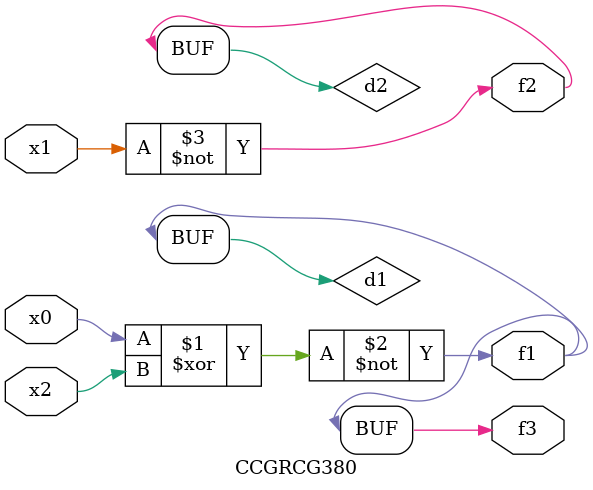
<source format=v>
module CCGRCG380(
	input x0, x1, x2,
	output f1, f2, f3
);

	wire d1, d2, d3;

	xnor (d1, x0, x2);
	nand (d2, x1);
	nor (d3, x1, x2);
	assign f1 = d1;
	assign f2 = d2;
	assign f3 = d1;
endmodule

</source>
